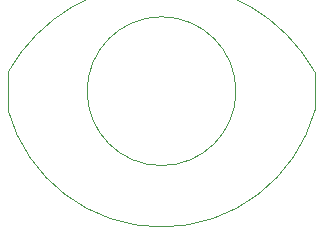
<source format=gbr>
%TF.GenerationSoftware,KiCad,Pcbnew,8.0.5*%
%TF.CreationDate,2024-10-26T17:45:05+02:00*%
%TF.ProjectId,LEDRing,4c454452-696e-4672-9e6b-696361645f70,rev?*%
%TF.SameCoordinates,Original*%
%TF.FileFunction,Profile,NP*%
%FSLAX46Y46*%
G04 Gerber Fmt 4.6, Leading zero omitted, Abs format (unit mm)*
G04 Created by KiCad (PCBNEW 8.0.5) date 2024-10-26 17:45:05*
%MOMM*%
%LPD*%
G01*
G04 APERTURE LIST*
%TA.AperFunction,Profile*%
%ADD10C,0.050000*%
%TD*%
G04 APERTURE END LIST*
D10*
X137000000Y-98400000D02*
G75*
G02*
X163000000Y-98400000I13000000J-7318421D01*
G01*
X163000000Y-101600000D02*
G75*
G02*
X137000000Y-101600000I-13000000J3585354D01*
G01*
X163000000Y-101600000D02*
X163000000Y-98400000D01*
X137000000Y-98400000D02*
X137000000Y-101600000D01*
X156300000Y-100000000D02*
G75*
G02*
X143700000Y-100000000I-6300000J0D01*
G01*
X143700000Y-100000000D02*
G75*
G02*
X156300000Y-100000000I6300000J0D01*
G01*
M02*

</source>
